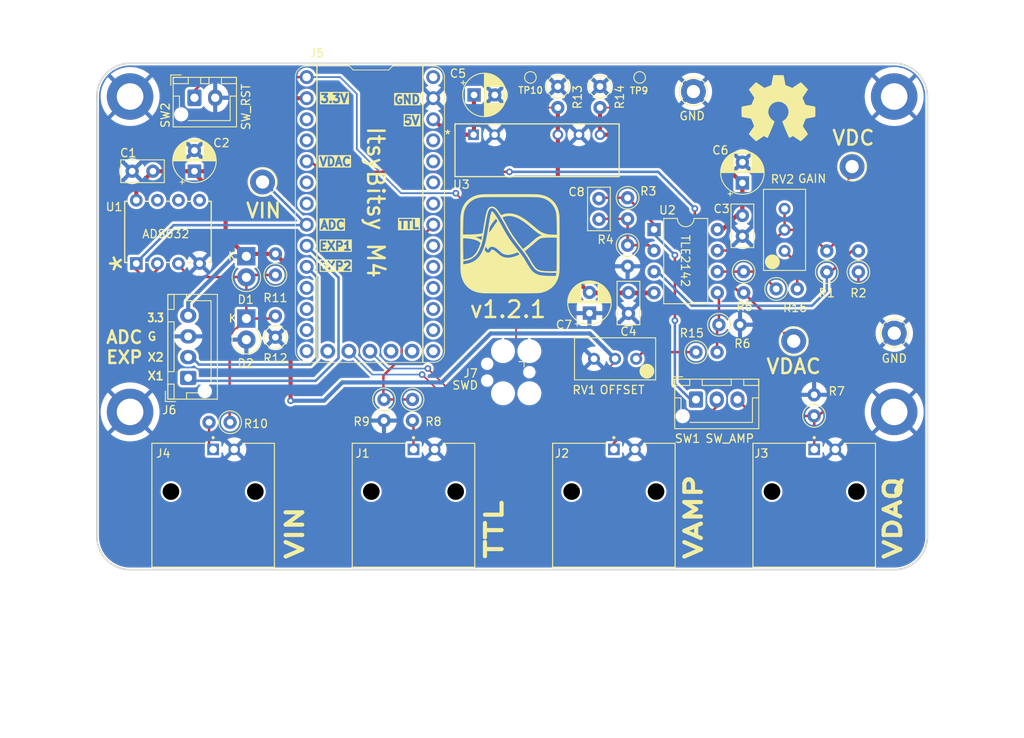
<source format=kicad_pcb>
(kicad_pcb (version 20240108) (generator "pcbnew") (generator_version "8.0")
  (title_block (title "Open Dynamic Clamp") (date "2024-03-17") (rev "1.2.1") (comment 1 "Licensed under CC BY 4.0") (comment 2 "Based on Desai, Gray, Johnston, eNeuro 2017, updated Sep 2019") (comment 3 "Based on revisions by Aditya Asopa, Bhalla Lab, NCBS Bangalore") (comment 4 "© Leonardo Covarrubias 2024"))
  (layers (0 "F.Cu" signal) (31 "B.Cu" signal) (35 "F.Paste" user) (36 "B.SilkS" user "B.Silkscreen") (37 "F.SilkS" user "F.Silkscreen") (38 "B.Mask" user) (39 "F.Mask" user) (44 "Edge.Cuts" user))
  (net 0 "")
  (net 1 "Net-(D1-A)")
  (net 2 "Net-(J1-In)")
  (net 3 "Net-(J2-In)")
  (net 4 "Net-(J3-In)")
  (net 5 "Net-(J4-In)")
  (net 6 "Net-(U2A-+)")
  (net 7 "Net-(R1-Pad2)")
  (net 8 "Net-(SW1-A)")
  (net 9 "Net-(U2A--)")
  (net 10 "Net-(U2B--)")
  (net 11 "GND")
  (net 12 "Net-(U2B-+)")
  (net 13 "VIN")
  (net 14 "Net-(J5-RESET)")
  (net 16 "+3V3")
  (net 17 "+5V")
  (net 18 "VDAC")
  (net 22 "TTL")
  (net 23 "-12V")
  (net 24 "+12V")
  (net 25 "Net-(R16-Pad2)")
  (net 29 "ADC_EXP1")
  (net 30 "ADC_EXP2")
  (net 45 "Net-(R15-Pad1)")
  (net 50 "Net-(J5-SWCLK)")
  (net 51 "Net-(J5-SWDIO)")
  (footprint "Capacitor_THT:C_Disc_D5.0mm_W2.5mm_P2.50mm" (layer "F.Cu") (at 114.008 77.63 -90)
    (property "Reference" "C4" (at 4.6788 0 0) (layer "F.SilkS"))
    (property "Value" "0.1uF")
    (pad "1" thru_hole circle (at 0 0 270) (size 1.6 1.6) (drill 0.8) (layers "*.Cu" "*.Mask") (net 23 "-12V"))
    (pad "2" thru_hole circle (at 2.5 0 270) (size 1.6 1.6) (drill 0.8) (layers "*.Cu" "*.Mask") (net 11 "GND"))
  )
  (footprint "Capacitor_THT:C_Disc_D5.0mm_W2.5mm_P2.50mm" (layer "F.Cu") (at 127.724 70.828 90)
    (property "Reference" "C3" (at 3.302 -2.5 180) (layer "F.SilkS"))
    (property "Value" "0.1uF")
    (pad "1" thru_hole circle (at 0 0 90) (size 1.6 1.6) (drill 0.8) (layers "*.Cu" "*.Mask") (net 11 "GND"))
    (pad "2" thru_hole circle (at 2.5 0 90) (size 1.6 1.6) (drill 0.8) (layers "*.Cu" "*.Mask") (net 24 "+12V"))
  )
  (footprint "Potentiometer_THT:Potentiometer_Bourns_3296W_Vertical" (layer "F.Cu") (at 132.804 72.606 -90)
    (property "Reference" "RV2" (at -8.636 0.254 180) (layer "F.SilkS"))
    (property "Value" "5K")
    (pad "1" thru_hole circle (at 0 0 270) (size 1.44 1.44) (drill 0.8) (layers "*.Cu" "*.Mask") (net 25 "Net-(R16-Pad2)"))
    (pad "2" thru_hole circle (at -2.54 0 270) (size 1.44 1.44) (drill 0.8) (layers "*.Cu" "*.Mask") (net 7 "Net-(R1-Pad2)"))
    (pad "3" thru_hole circle (at -5.08 0 270) (size 1.44 1.44) (drill 0.8) (layers "*.Cu" "*.Mask") (net 7 "Net-(R1-Pad2)"))
  )
  (footprint "TestPoint:TestPoint_Loop_D2.60mm_Drill1.6mm_Beaded" (layer "F.Cu") (at 69.95 64.3)
    (property "Reference" "TP11" (hide yes))
    (property "Value" "VIN" (at 0.125 3.45 0) (layer "F.SilkS") (effects (font (size 1.75 1.75) (thickness 0.3))))
    (pad "1" thru_hole circle (at 0 0) (size 3 3) (drill 1.6) (layers "*.Cu" "*.Mask") (net 13 "VIN"))
  )
  (footprint "Connector_JST:JST_XH_B4B-XH-AM_1x04_P2.50mm_Vertical" (layer "F.Cu") (at 61 87.9 90)
    (property "Reference" "J6" (at -3.875 -2.275 0) (layer "F.SilkS"))
    (property "Value" "ADC_EXP")
    (pad "" np_thru_hole circle (at -1.6 2 90) (size 1.2 1.2) (drill 1.2) (layers "*.Cu" "*.Mask"))
    (pad "1" thru_hole roundrect (at 0 0 90) (size 1.7 1.95) (drill 0.95) (layers "*.Cu" "*.Mask") (roundrect_rratio 0.1470588235) (net 29 "ADC_EXP1"))
    (pad "2" thru_hole oval (at 2.5 0 90) (size 1.7 1.95) (drill 0.95) (layers "*.Cu" "*.Mask") (net 30 "ADC_EXP2"))
    (pad "3" thru_hole oval (at 5 0 90) (size 1.7 1.95) (drill 0.95) (layers "*.Cu" "*.Mask") (net 11 "GND"))
    (pad "4" thru_hole oval (at 7.5 0 90) (size 1.7 1.95) (drill 0.95) (layers "*.Cu" "*.Mask") (net 16 "+3V3"))
  )
  (footprint "TestPoint:TestPoint_Pad_D1.0mm" (layer "F.Cu") (at 115.35 51.7)
    (property "Reference" "TP9" (at -0.075 1.6 0) (layer "F.SilkS") (effects (font (size 0.8 0.8))))
    (property "Value" "TestPad" (hide yes))
    (pad "1" smd circle (at 0 0) (size 1 1) (layers "F.Cu" "F.Mask") (net 24 "+12V"))
  )
  (footprint "Capacitor_THT:C_Disc_D5.0mm_W2.5mm_P2.50mm" (layer "F.Cu") (at 110.452 66.296 -90)
    (property "Reference" "C8" (at -0.796 2.702 0) (layer "F.SilkS"))
    (property "Value" "6.8pF")
    (pad "1" thru_hole circle (at 0 0 270) (size 1.6 1.6) (drill 0.8) (layers "*.Cu" "*.Mask") (net 8 "Net-(SW1-A)"))
    (pad "2" thru_hole circle (at 2.5 0 270) (size 1.6 1.6) (drill 0.8) (layers "*.Cu" "*.Mask") (net 9 "Net-(U2A--)"))
  )
  (footprint "Resistor_THT:R_Axial_DIN0207_L6.3mm_D2.5mm_P2.54mm_Vertical" (layer "F.Cu") (at 141.694 75.146 90)
    (property "Reference" "R2" (at -2.54 0 180) (layer "F.SilkS"))
    (property "Value" "10K")
    (pad "1" thru_hole circle (at 0 0 90) (size 1.6 1.6) (drill 0.8) (layers "*.Cu" "*.Mask") (net 4 "Net-(J3-In)"))
    (pad "2" thru_hole oval (at 2.54 0 90) (size 1.6 1.6) (drill 0.8) (layers "*.Cu" "*.Mask") (net 6 "Net-(U2A-+)"))
  )
  (footprint "Resistor_THT:R_Axial_DIN0207_L6.3mm_D2.5mm_P2.54mm_Vertical" (layer "F.Cu") (at 66.045 93.25 180)
    (property "Reference" "R10" (at -3.105 -0.175 0) (layer "F.SilkS"))
    (property "Value" "10K")
    (pad "1" thru_hole circle (at 0 0 180) (size 1.6 1.6) (drill 0.8) (layers "*.Cu" "*.Mask") (net 1 "Net-(D1-A)"))
    (pad "2" thru_hole oval (at 2.54 0 180) (size 1.6 1.6) (drill 0.8) (layers "*.Cu" "*.Mask") (net 5 "Net-(J4-In)"))
  )
  (footprint "TestPoint:TestPoint_Loop_D2.60mm_Drill1.6mm_Beaded" (layer "F.Cu") (at 121.825 53.4)
    (property "Reference" "TP7" (hide yes))
    (property "Value" "GND" (at -0.1524 2.9464 0) (layer "F.SilkS"))
    (pad "1" thru_hole circle (at 0 0) (size 3 3) (drill 1.6) (layers "*.Cu" "*.Mask") (net 11 "GND"))
  )
  (footprint "Capacitor_THT:C_Disc_D5.0mm_W2.5mm_P2.50mm" (layer "F.Cu") (at 56.75 63 180)
    (property "Reference" "C1" (at 2.975 2.2 0) (layer "F.SilkS"))
    (property "Value" "0.1uF")
    (pad "1" thru_hole circle (at 0 0 180) (size 1.6 1.6) (drill 0.8) (layers "*.Cu" "*.Mask") (net 16 "+3V3"))
    (pad "2" thru_hole circle (at 2.5 0 180) (size 1.6 1.6) (drill 0.8) (layers "*.Cu" "*.Mask") (net 11 "GND"))
  )
  (footprint "Resistor_THT:R_Axial_DIN0207_L6.3mm_D2.5mm_P2.54mm_Vertical" (layer "F.Cu") (at 105.5 52.794 -90)
    (property "Reference" "R13" (at 1.27 -2.37 90) (layer "F.SilkS"))
    (property "Value" "3.3K")
    (pad "1" thru_hole circle (at 0 0 270) (size 1.6 1.6) (drill 0.8) (layers "*.Cu" "*.Mask") (net 11 "GND"))
    (pad "2" thru_hole oval (at 2.54 0 270) (size 1.6 1.6) (drill 0.8) (layers "*.Cu" "*.Mask") (net 23 "-12V"))
  )
  (footprint "Diode_THT:D_DO-41_SOD81_P2.54mm_Vertical_KathodeUp" (layer "F.Cu") (at 68 80.75 -90)
    (property "Reference" "D2" (at 5.39 0.08 0) (layer "F.SilkS"))
    (property "Value" "1N5817")
    (fp_text user "K" (at -0.008888 1.628 0) (layer "F.SilkS"))
    (pad "1" thru_hole rect (at 0 0 270) (size 2.2 2.2) (drill 1.1) (layers "*.Cu" "*.Mask") (net 1 "Net-(D1-A)"))
    (pad "2" thru_hole oval (at 2.54 0 270) (size 2.2 2.2) (drill 1.1) (layers "*.Cu" "*.Mask") (net 11 "GND"))
  )
  (footprint "Resistor_THT:R_Axial_DIN0207_L6.3mm_D2.5mm_P2.54mm_Vertical" (layer "F.Cu") (at 113.903 66.2 -90)
    (property "Reference" "R3" (at -0.785 -2.49 180) (layer "F.SilkS"))
    (property "Value" "10K")
    (pad "1" thru_hole circle (at 0 0 270) (size 1.6 1.6) (drill 0.8) (layers "*.Cu" "*.Mask") (net 8 "Net-(SW1-A)"))
    (pad "2" thru_hole oval (at 2.54 0 270) (size 1.6 1.6) (drill 0.8) (layers "*.Cu" "*.Mask") (net 9 "Net-(U2A--)"))
  )
  (footprint "MountingHole:MountingHole_3.2mm_M3_DIN965_Pad" (layer "F.Cu") (at 146 54)
    (property "Reference" "H2" (hide yes))
    (property "Value" "MountingHole_Pad" (hide yes))
    (pad "1" thru_hole circle (at 0 0) (size 5.6 5.6) (drill 3.2) (layers "*.Cu" "*.Mask") (net 11 "GND"))
  )
  (footprint "Resistor_THT:R_Axial_DIN0207_L6.3mm_D2.5mm_P2.54mm_Vertical" (layer "F.Cu") (at 71.5 75.5 90)
    (property "Reference" "R11" (at -2.765 0 180) (layer "F.SilkS"))
    (property "Value" "3.3K")
    (pad "1" thru_hole circle (at 0 0 90) (size 1.6 1.6) (drill 0.8) (layers "*.Cu" "*.Mask") (net 1 "Net-(D1-A)"))
    (pad "2" thru_hole oval (at 2.54 0 90) (size 1.6 1.6) (drill 0.8) (layers "*.Cu" "*.Mask") (net 16 "+3V3"))
  )
  (footprint "Connector_JST:JST_XH_B3B-XH-AM_1x03_P2.50mm_Vertical" (layer "F.Cu") (at 122.133 90.513)
    (property "Reference" "SW1" (at -1.013 4.699 0) (layer "F.SilkS"))
    (property "Value" "SW_AMP" (at 4.067 4.699 0) (layer "F.SilkS"))
    (pad "" np_thru_hole circle (at -1.6 2) (size 1.2 1.2) (drill 1.2) (layers "*.Cu" "*.Mask"))
    (pad "1" thru_hole roundrect (at 0 0) (size 1.7 1.95) (drill 0.95) (layers "*.Cu" "*.Mask") (roundrect_rratio 0.1470588235) (net 8 "Net-(SW1-A)"))
    (pad "2" thru_hole oval (at 2.5 0) (size 1.7 1.95) (drill 0.95) (layers "*.Cu" "*.Mask") (net 3 "Net-(J2-In)"))
    (pad "3" thru_hole oval (at 5 0) (size 1.7 1.95) (drill 0.95) (layers "*.Cu" "*.Mask") (net 4 "Net-(J3-In)"))
  )
  (footprint "TestPoint:TestPoint_Loop_D2.60mm_Drill1.6mm_Beaded" (layer "F.Cu") (at 146.012 82.512)
    (property "Reference" "TP6" (hide yes))
    (property "Value" "GND" (at 0 3.048 0) (layer "F.SilkS"))
    (pad "1" thru_hole circle (at 0 0) (size 3 3) (drill 1.6) (layers "*.Cu" "*.Mask") (net 11 "GND"))
  )
  (footprint "lib_fp:LINX_CONBNC002" (layer "F.Cu") (at 88.124082 101.6)
    (property "Reference" "J1" (at -6.124082 -4.6 0) (layer "F.SilkS"))
    (property "Value" "Conn_Coaxial")
    (pad "" np_thru_hole circle (at -5.08 0) (size 2 2) (drill 2) (layers "*.Mask"))
    (pad "" np_thru_hole circle (at 5.08 0) (size 2 2) (drill 2) (layers "*.Mask"))
    (pad "1" thru_hole rect (at 0 -5.08) (size 1.398 1.398) (drill 0.89) (layers "*.Cu" "*.Mask") (net 2 "Net-(J1-In)"))
    (pad "2" thru_hole circle (at 2.54 -5.08) (size 1.398 1.398) (drill 0.89) (layers "*.Cu" "*.Mask") (net 11 "GND"))
  )
  (footprint "Connector:Tag-Connect_TC2030-IDC-FP_2x03_P1.27mm_Vertical" (layer "F.Cu") (at 99.535 87.216 180)
    (property "Reference" "J7" (at 4.535 -0.134 180) (layer "F.SilkS"))
    (property "Value" "SWD_TC2030")
    (pad "" np_thru_hole circle (at -2.54 -2.54 180) (size 2.3749 2.3749) (drill 2.3749) (layers "*.Cu" "*.Mask"))
    (pad "" np_thru_hole circle (at -2.54 0 180) (size 0.9906 0.9906) (drill 0.9906) (layers "*.Cu" "*.Mask"))
    (pad "" np_thru_hole circle (at -2.54 2.54 180) (size 2.3749 2.3749) (drill 2.3749) (layers "*.Cu" "*.Mask"))
    (pad "" np_thru_hole circle (at 0.635 -2.54 180) (size 2.3749 2.3749) (drill 2.3749) (layers "*.Cu" "*.Mask"))
    (pad "" np_thru_hole circle (at 0.635 2.54 180) (size 2.3749 2.3749) (drill 2.3749) (layers "*.Cu" "*.Mask"))
    (pad "" np_thru_hole circle (at 2.54 -1.016 180) (size 0.9906 0.9906) (drill 0.9906) (layers "*.Cu" "*.Mask"))
    (pad "" np_thru_hole circle (at 2.54 1.016 180) (size 0.9906 0.9906) (drill 0.9906) (layers "*.Cu" "*.Mask"))
    (pad "1" connect circle (at -1.27 0.635 180) (size 0.7874 0.7874) (layers "F.Cu" "F.Mask") (net 16 "+3V3"))
    (pad "2" connect circle (at -1.27 -0.635 180) (size 0.7874 0.7874) (layers "F.Cu" "F.Mask") (net 51 "Net-(J5-SWDIO)"))
    (pad "3" connect circle (at 0 0.635 180) (size 0.7874 0.7874) (layers "F.Cu" "F.Mask") (net 14 "Net-(J5-RESET)"))
    (pad "4" connect circle (at 0 -0.635 180) (size 0.7874 0.7874) (layers "F.Cu" "F.Mask") (net 50 "Net-(J5-SWCLK)"))
    (pad "5" connect circle (at 1.27 0.635 180) (size 0.7874 0.7874) (layers "F.Cu" "F.Mask") (net 11 "GND"))
    (pad "6" connect circle (at 1.27 -0.635 180) (size 0.7874 0.7874) (layers "F.Cu" "F.Mask"))
  )
  (footprint "lib_fp:LINX_CONBNC002" (layer "F.Cu") (at 64 101.6)
    (property "Reference" "J4" (at -6 -4.6 0) (layer "F.SilkS"))
    (property "Value" "Conn_Coaxial")
    (pad "" np_thru_hole circle (at -5.08 0) (size 2 2) (drill 2) (layers "*.Mask"))
    (pad "" np_thru_hole circle (at 5.08 0) (size 2 2) (drill 2) (layers "*.Mask"))
    (pad "1" thru_hole rect (at 0 -5.08) (size 1.398 1.398) (drill 0.89) (layers "*.Cu" "*.Mask") (net 5 "Net-(J4-In)"))
    (pad "2" thru_hole circle (at 2.54 -5.08) (size 1.398 1.398) (drill 0.89) (layers "*.Cu" "*.Mask") (net 11 "GND"))
  )
  (footprint "MountingHole:MountingHole_3.2mm_M3_DIN965_Pad" (layer "F.Cu") (at 146 92)
    (property "Reference" "H1" (hide yes))
    (property "Value" "MountingHole_Pad" (hide yes))
    (pad "1" thru_hole circle (at 0 0) (size 5.6 5.6) (drill 3.2) (layers "*.Cu" "*.Mask") (net 11 "GND"))
  )
  (footprint "lib_fp:N_8_ADI" (layer "F.Cu") (at 54.75 74.12 90)
    (property "Reference" "U1" (at 6.82 -2.675 0) (layer "F.SilkS"))
    (property "Value" "AD8032ANZ")
    (fp_text user "AD8032" (at 3.556 3.556 0) (layer "F.SilkS"))
    (fp_text user "*" (at 0 -1.524 90) (layer "F.SilkS") (effects (font (size 3 3) (thickness 0.3))))
    (pad "1" thru_hole rect (at 0 0 90) (size 1.524 1.524) (drill 0.8128) (layers "*.Cu" "*.Mask") (net 13 "VIN"))
    (pad "2" thru_hole circle (at 0 2.54 90) (size 1.524 1.524) (drill 0.8128) (layers "*.Cu" "*.Mask") (net 13 "VIN"))
    (pad "3" thru_hole circle (at 0 5.08 90) (size 1.524 1.524) (drill 0.8128) (layers "*.Cu" "*.Mask") (net 1 "Net-(D1-A)"))
    (pad "4" thru_hole circle (at 0 7.62 90) (size 1.524 1.524) (drill 0.8128) (layers "*.Cu" "*.Mask") (net 11 "GND"))
    (pad "5" thru_hole circle (at 7.62 7.62 90) (size 1.524 1.524) (drill 0.8128) (layers "*.Cu" "*.Mask"))
    (pad "6" thru_hole circle (at 7.62 5.08 90) (size 1.524 1.524) (drill 0.8128) (layers "*.Cu" "*.Mask"))
    (pad "7" thru_hole circle (at 7.62 2.54 90) (size 1.524 1.524) (drill 0.8128) (layers "*.Cu" "*.Mask"))
    (pad "8" thru_hole circle (at 7.62 0 90) (size 1.524 1.524) (drill 0.8128) (layers "*.Cu" "*.Mask") (net 16 "+3V3"))
  )
  (footprint "Resistor_THT:R_Axial_DIN0207_L6.3mm_D2.5mm_P2.54mm_Vertical" (layer "F.Cu") (at 122.136 84.798)
    (property "Reference" "R15" (at -0.508 -2.286 0) (layer "F.SilkS"))
    (property "Value" "7.5K")
    (pad "1" thru_hole circle (at 0 0) (size 1.6 1.6) (drill 0.8) (layers "*.Cu" "*.Mask") (net 45 "Net-(R15-Pad1)"))
    (pad "2" thru_hole oval (at 2.54 0) (size 1.6 1.6) (drill 0.8) (layers "*.Cu" "*.Mask") (net 12 "Net-(U2B-+)"))
  )
  (footprint "lib_fp:odc-logo" (layer "F.Cu") (at 99.75 71.75)
    (property "Reference" "G***" (hide yes))
    (property "Value" "LOGO" (hide yes))
  )
  (footprint "MountingHole:MountingHole_3.2mm_M3_DIN965_Pad" (layer "F.Cu") (at 54 92)
    (property "Reference" "H4" (hide yes))
    (property "Value" "MountingHole_Pad" (hide yes))
    (pad "1" thru_hole circle (at 0 0) (size 5.6 5.6) (drill 3.2) (layers "*.Cu" "*.Mask") (net 11 "GND"))
  )
  (footprint "Resistor_THT:R_Axial_DIN0207_L6.3mm_D2.5mm_P2.54mm_Vertical" (layer "F.Cu") (at 88 90.5 -90)
    (property "Reference" "R8" (at 2.675 -2.525 0) (layer "F.SilkS"))
    (property "Value" "1K")
    (pad "1" thru_hole circle (at 0 0 270) (size 1.6 1.6) (drill 0.8) (layers "*.Cu" "*.Mask") (net 22 "TTL"))
    (pad "2" thru_hole oval (at 2.54 0 270) (size 1.6 1.6) (drill 0.8) (layers "*.Cu" "*.Mask") (net 2 "Net-(J1-In)"))
  )
  (footprint "lib_fp:TMV_5_12_DUAL_TRP" (layer "F.Cu") (at 95.35 58.6)
    (property "Reference" "U3" (at -1.46 6 0) (layer "F.SilkS"))
    (property "Value" "TMV_0512D")
    (fp_text user "*" (at -3.1196 0 0) (layer "F.SilkS"))
    (pad "1" thru_hole rect (at 0 0) (size 1.27 1.27) (drill 0.762) (layers "*.Cu" "*.Mask") (net 17 "+5V"))
    (pad "2" thru_hole circle (at 2.54 0) (size 1.27 1.27) (drill 0.762) (layers "*.Cu" "*.Mask") (net 11 "GND"))
    (pad "5" thru_hole circle (at 10.16 0) (size 1.27 1.27) (drill 0.762) (layers "*.Cu" "*.Mask") (net 23 "-12V"))
    (pad "6" thru_hole circle (at 12.7 0) (size 1.27 1.27) (drill 0.762) (layers "*.Cu" "*.Mask") (net 11 "GND"))
    (pad "7" thru_hole circle (at 15.24 0) (size 1.27 1.27) (drill 0.762) (layers "*.Cu" "*.Mask") (net 24 "+12V"))
  )
  (footprint "Capacitor_THT:CP_Radial_D5.0mm_P2.50mm" (layer "F.Cu") (at 109.309 80.099 90)
    (property "Reference" "C7" (at -1.401 -3.059 180) (layer "F.SilkS"))
    (property "Value" "10uF/35V")
    (pad "1" thru_hole rect (at 0 0 90) (size 1.6 1.6) (drill 0.8) (layers "*.Cu" "*.Mask") (net 11 "GND"))
    (pad "2" thru_hole circle (at 2.5 0 90) (size 1.6 1.6) (drill 0.8) (layers "*.Cu" "*.Mask") (net 23 "-12V"))
  )
  (footprint "lib_fp:LINX_CONBNC002" (layer "F.Cu") (at 112.248164 101.6)
    (property "Reference" "J2" (at -6.248164 -4.6 0) (layer "F.SilkS"))
    (property "Value" "Conn_Coaxial")
    (pad "" np_thru_hole circle (at -5.08 0) (size 2 2) (drill 2) (layers "*.Mask"))
    (pad "" np_thru_hole circle (at 5.08 0) (size 2 2) (drill 2) (layers "*.Mask"))
    (pad "1" thru_hole rect (at 0 -5.08) (size 1.398 1.398) (drill 0.89) (layers "*.Cu" "*.Mask") (net 3 "Net-(J2-In)"))
    (pad "2" thru_hole circle (at 2.54 -5.08) (size 1.398 1.398) (drill 0.89) (layers "*.Cu" "*.Mask") (net 11 "GND"))
  )
  (footprint "Resistor_THT:R_Axial_DIN0207_L6.3mm_D2.5mm_P2.54mm_Vertical" (layer "F.Cu") (at 137.884 75.146 90)
    (property "Reference" "R1" (at -2.54 0 180) (layer "F.SilkS"))
    (property "Value" "10K")
    (pad "1" thru_hole circle (at 0 0 90) (size 1.6 1.6) (drill 0.8) (layers "*.Cu" "*.Mask") (net 6 "Net-(U2A-+)"))
    (pad "2" thru_hole oval (at 2.54 0 90) (size 1.6 1.6) (drill 0.8) (layers "*.Cu" "*.Mask") (net 7 "Net-(R1-Pad2)"))
  )
  (footprint "Capacitor_THT:CP_Radial_D5.0mm_P2.50mm" (layer "F.Cu") (at 95.4152 53.81)
    (property "Reference" "C5" (at -1.9402 -2.585 0) (layer "F.SilkS"))
    (property "Value" "10uF/35V")
    (pad "1" thru_hole rect (at 0 0) (size 1.6 1.6) (drill 0.8) (layers "*.Cu" "*.Mask") (net 17 "+5V"))
    (pad "2" thru_hole circle (at 2.5 0) (size 1.6 1.6) (drill 0.8) (layers "*.Cu" "*.Mask") (net 11 "GND"))
  )
  (footprint "Diode_THT:D_DO-41_SOD81_P2.54mm_Vertical_KathodeUp" (layer "F.Cu") (at 68 73.25 -90)
    (property "Reference" "D1" (at 5.219 0.078 0) (layer "F.SilkS"))
    (property "Value" "1N5817")
    (fp_text user "K" (at 0.003112 1.706 0) (layer "F.SilkS"))
    (pad "1" thru_hole rect (at 0 0 270) (size 2.2 2.2) (drill 1.1) (layers "*.Cu" "*.Mask") (net 16 "+3V3"))
    (pad "2" thru_hole oval (at 2.54 0 270) (size 2.2 2.2) (drill 1.1) (layers "*.Cu" "*.Mask") (net 1 "Net-(D1-A)"))
  )
  (footprint "Resistor_THT:R_Axial_DIN0207_L6.3mm_D2.5mm_P2.54mm_Vertical" (layer "F.Cu") (at 127.873 75.09 -90)
    (property "Reference" "R5" (at 4.2216 -0.105 180) (layer "F.SilkS"))
    (property "Value" "4.7K")
    (pad "1" thru_hole circle (at 0 0 270) (size 1.6 1.6) (drill 0.8) (layers "*.Cu" "*.Mask") (net 10 "Net-(U2B--)"))
    (pad "2" thru_hole oval (at 2.54 0 270) (size 1.6 1.6) (drill 0.8) (layers "*.Cu" "*.Mask") (net 18 "VDAC"))
  )
  (footprint "MountingHole:MountingHole_3.2mm_M3_DIN965_Pad" (layer "F.Cu") (at 54 54)
    (property "Reference" "H3" (hide yes))
    (property "Value" "MountingHole_Pad" (hide yes))
    (pad "1" thru_hole circle (at 0 0) (size 5.6 5.6) (drill 3.2) (layers "*.Cu" "*.Mask") (net 11 "GND"))
  )
  (footprint "Symbol:OSHW-Symbol_8.9x8mm_SilkScreen" (layer "F.Cu") (at 132.05 55.425)
    (property "Reference" "REF**" (hide yes))
    (property "Value" "OSHW-Symbol_8.9x8mm_SilkScreen" (hide yes))
  )
  (footprint "Resistor_THT:R_Axial_DIN0207_L6.3mm_D2.5mm_P2.54mm_Vertical" (layer "F.Cu") (at 71.5 83 90)
    (property "Reference" "R12" (at -2.54 0 180) (layer "F.SilkS"))
    (property "Value" "4.7K")
    (pad "1" thru_hole circle (at 0 0 90) (size 1.6 1.6) (drill 0.8) (layers "*.Cu" "*.Mask") (net 11 "GND"))
    (pad "2" thru_hole oval (at 2.54 0 90) (size 1.6 1.6) (drill 0.8) (layers "*.Cu" "*.Mask") (net 1 "Net-(D1-A)"))
  )
  (footprint "Capacitor_THT:CP_Radial_D5.0mm_P2.50mm" (layer "F.Cu") (at 127.724 64.413112 90)
    (property "Reference" "C6" (at 3.938112 -2.649 0) (layer "F.SilkS"))
    (property "Value" "10uF/35V")
    (pad "1" thru_hole rect (at 0 0 90) (size 1.6 1.6) (drill 0.8) (layers "*.Cu" "*.Mask") (net 24 "+12V"))
    (pad "2" thru_hole circle (at 2.5 0 90) (size 1.6 1.6) (drill 0.8) (layers "*.Cu" "*.Mask") (net 11 "GND"))
  )
  (footprint "TestPoint:TestPoint_Loop_D2.60mm_Drill1.6mm_Beaded" (layer "F.Cu") (at 140.932 62.446)
    (property "Reference" "TP1" (hide yes))
    (property "Value" "VDC" (at 0.1524 -3.4544 0) (layer "F.SilkS") (effects (font (size 1.75 1.75) (thickness 0.3) (bold yes))))
    (pad "1" thru_hole circle (at 0 0) (size 3 3) (drill 1.6) (layers "*.Cu" "*.Mask") (net 7 "Net-(R1-Pad2)"))
  )
  (footprint "Resistor_THT:R_Axial_DIN0207_L6.3mm_D2.5mm_P2.54mm_Vertical" (layer "F.Cu") (at 131.788 77.178)
    (property "Reference" "R16" (at 2.286 2.286 0) (layer "F.SilkS"))
    (property "Value" "7.5K")
    (pad "1" thru_hole circle (at 0 0) (size 1.6 1.6) (drill 0.8) (layers "*.Cu" "*.Mask") (net 10 "Net-(U2B--)"))
    (pad "2" thru_hole oval (at 2.54 0) (size 1.6 1.6) (drill 0.8) (layers "*.Cu" "*.Mask") (net 25 "Net-(R16-Pad2)"))
  )
  (footprint "lib_fp:LINX_CONBNC002" (layer "F.Cu") (at 136.372246 101.6)
    (property "Reference" "J3" (at -6.372246 -4.6 0) (layer "F.SilkS"))
    (property "Value" "Conn_Coaxial")
    (pad "" np_thru_hole circle (at -5.08 0) (size 2 2) (drill 2) (layers "*.Mask"))
    (pad "" np_thru_hole circle (at 5.08 0) (size 2 2) (drill 2) (layers "*.Mask"))
    (pad "1" thru_hole rect (at 0 -5.08) (size 1.398 1.398) (drill 0.89) (layers "*.Cu" "*.Mask") (net 4 "Net-(J3-In)"))
    (pad "2" thru_hole circle (at 2.54 -5.08) (size 1.398 1.398) (drill 0.89) (layers "*.Cu" "*.Mask") (net 11 "GND"))
  )
  (footprint "TestPoint:TestPoint_Loop_D2.60mm_Drill1.6mm_Beaded" (layer "F.Cu") (at 133.9 83.475)
    (property "Reference" "TP4" (hide yes))
    (property "Value" "VDAC" (at 0 3.048 0) (layer "F.SilkS") (effects (font (size 1.75 1.75) (thickness 0.3) (bold yes))))
    (pad "1" thru_hole circle (at 0 0) (size 3 3) (drill 1.6) (layers "*.Cu" "*.Mask") (net 18 "VDAC"))
  )
  (footprint "Resistor_THT:R_Axial_DIN0207_L6.3mm_D2.5mm_P2.54mm_Vertical" (layer "F.Cu") (at 84.571 90.5 -90)
    (property "Reference" "R9" (at 2.675 2.696 0) (layer "F.SilkS"))
    (property "Value" "1K")
    (pad "1" thru_hole circle (at 0 0 270) (size 1.6 1.6) (drill 0.8) (layers "*.Cu" "*.Mask") (net 22 "TTL"))
    (pad "2" thru_hole oval (at 2.54 0 270) (size 1.6 1.6) (drill 0.8) (layers "*.Cu" "*.Mask") (net 11 "GND"))
  )
  (footprint "TestPoint:TestPoint_Pad_D1.0mm" (layer "F.Cu") (at 102.2 51.7)
    (property "Reference" "TP10" (at 0.025 1.55 0) (layer "F.SilkS") (effects (font (size 0.8 0.8))))
    (property "Value" "TestPad" (hide yes))
    (pad "1" smd circle (at 0 0) (size 1 1) (layers "F.Cu" "F.Mask") (net 23 "-12V"))
  )
  (footprint "lib_fp:Adafruit_ItsyBitsy_M4" (layer "F.Cu") (at 83.094 69.102)
    (property "Reference" "J5" (at -6.604 -20.32 0) (layer "F.SilkS"))
    (property "Value" "Adafruit_ItsyBitsy_M4")
    (pad "1" thru_hole circle (at -7.834 -17.442) (size 1.6764 1.6764) (drill 1) (layers "*.Cu" "*.Mask") (net 14 "Net-(J5-RESET)"))
    (pad "2" thru_hole circle (at -7.834 -14.902 180) (size 1.6764 1.6764) (drill 1) (layers "*.Cu" "*.Mask") (net 16 "+3V3"))
    (pad "3" thru_hole circle (at -7.834 -12.362 180) (size 1.6764 1.6764) (drill 1) (layers "*.Cu" "*.Mask"))
    (pad "4" thru_hole circle (at -7.834 -9.822 180) (size 1.6764 1.6764) (drill 1) (layers "*.Cu" "*.Mask"))
    (pad "5" thru_hole circle (at -7.834 -7.282 180) (size 1.6764 1.6764) (drill 1) (layers "*.Cu" "*.Mask") (net 18 "VDAC"))
    (pad "6" thru_hole circle (at -7.834 -4.742 180) (size 1.6764 1.6764) (drill 1) (layers "*.Cu" "*.Mask"))
    (pad "7" thru_hole circle (at -7.834 -2.202 180) (size 1.6764 1.6764) (drill 1) (layers "*.Cu" "*.Mask"))
    (pad "8" thru_hole circle (at -7.834 0.338 180) (size 1.6764 1.6764) (drill 1) (layers "*.Cu" "*.Mask") (net 13 "VIN"))
    (pad "9" thru_hole circle (at -7.834 2.878 180) (size 1.6764 1.6764) (drill 1) (layers "*.Cu" "*.Mask") (net 29 "ADC_EXP1"))
    (pad "10" thru_hole circle (at -7.834 5.418 180) (size 1.6764 1.6764) (drill 1) (layers "*.Cu" "*.Mask") (net 30 "ADC_EXP2"))
    (pad "11" thru_hole circle (at -7.834 7.958 180) (size 1.6764 1.6764) (drill 1) (layers "*.Cu" "*.Mask"))
    (pad "12" thru_hole circle (at -7.834 10.498 180) (size 1.6764 1.6764) (drill 1) (layers "*.Cu" "*.Mask"))
    (pad "13" thru_hole circle (at -7.834 13.038 180) (size 1.6764 1.6764) (drill 1) (layers "*.Cu" "*.Mask"))
    (pad "14" thru_hole circle (at -7.834 15.578 180) (size 1.6764 1.6764) (drill 1) (layers "*.Cu" "*.Mask"))
    (pad "15" thru_hole circle (at 7.406 15.578) (size 1.6764 1.6764) (drill 1) (layers "*.Cu" "*.Mask"))
    (pad "16" thru_hole circle (at 7.406 13.038) (size 1.6764 1.6764) (drill 1) (layers "*.Cu" "*.Mask"))
    (pad "17" thru_hole circle (at 7.406 10.498) (size 1.6764 1.6764) (drill 1) (layers "*.Cu" "*.Mask"))
    (pad "18" thru_hole circle (at 7.406 7.958) (size 1.6764 1.6764) (drill 1) (layers "*.Cu" "*.Mask"))
    (pad "19" thru_hole circle (at 7.406 5.418) (size 1.6764 1.6764) (drill 1) (layers "*.Cu" "*.Mask"))
    (pad "20" thru_hole circle (at 7.406 2.878) (size 1.6764 1.6764) (drill 1) (layers "*.Cu" "*.Mask"))
    (pad "21" thru_hole circle (at 7.406 0.338) (size 1.6764 1.6764) (drill 1) (layers "*.Cu" "*.Mask") (net 22 "TTL"))
    (pad "22" thru_hole circle (at 7.406 -2.202) (size 1.6764 1.6764) (drill 1) (layers "*.Cu" "*.Mask"))
    (pad "23" thru_hole circle (at 7.406 -4.742) (size 1.6764 1.6764) (drill 1) (layers "*.Cu" "*.Mask"))
    (pad "24" thru_hole circle (at 7.406 -7.282) (size 1.6764 1.6764) (drill 1) (layers "*.Cu" "*.Mask"))
    (pad "25" thru_hole circle (at 7.406 -9.822) (size 1.6764 1.6764) (drill 1) (layers "*.Cu" "*.Mask"))
    (pad "26" thru_hole circle (at 7.406 -12.362) (size 1.6764 1.6764) (drill 1) (layers "*.Cu" "*.Mask") (net 17 "+5V"))
    (pad "27" thru_hole circle (at 7.406 -14.902) (size 1.6764 1.6764) (drill 1) (layers "*.Cu" "*.Mask") (net 11 "GND"))
    (pad "28" thru_hole circle (at 7.406001 -17.442001) (size 1.6764 1.6764) (drill 1) (layers "*.Cu" "*.Mask"))
    (pad "29" thru_hole circle (at -5.294 15.578 90) (size 1.778 1.778) (drill 1) (layers "*.Cu" "*.Mask"))
    (pad "30" thru_hole circle (at -2.754 15.578 90) (size 1.778 1.778) (drill 1) (layers "*.Cu" "*.Mask") (net 51 "Net-(J5-SWDIO)"))
    (pad "31" thru_hole circle (at -0.214 15.578 90) (size 1.778 1.778) (drill 1) (layers "*.Cu" "*.Mask") (net 50 "Net-(J5-SWCLK)"))
    (pad "32" thru_hole circle (at 2.326 15.578 90) (size 1.778 1.778) (drill 1) (layers "*.Cu" "*.Mask"))
    (pad "33" thru_hole circle (at 4.866 15.578 90) (size 1.778 1.778) (drill 1) (layers "*.Cu" "*.Mask"))
  )
  (footprint "Resistor_THT:R_Axial_DIN0207_L6.3mm_D2.5mm_P2.54mm_Vertical" (layer "F.Cu") (at 110.58 52.794 -90)
    (property "Reference" "R14" (at 1.27 -2.37 90) (layer "F.SilkS"))
    (property "Value" "3.3K")
    (pad "1" thru_hole circle (at 0 0 270) (size 1.6 1.6) (drill 0.8) (layers "*.Cu" "*.Mask") (net 11 "GND"))
    (pad "2" thru_hole oval (at 2.54 0 270) (size 1.6 1.6) (drill 0.8) (layers "*.Cu" "*.Mask") (net 24 "+12V"))
  )
  (footprint "Connector_JST:JST_XH_B2B-XH-AM_1x02_P2.50mm_Vertical" (layer "F.Cu") (at 61.75 54.15)
    (property "Reference" "SW2" (at -3.5 2.1 90) (layer "F.SilkS"))
    (property "Value" "SW_RST" (at 6.2 1.1 90) (layer "F.SilkS"))
    (pad "" np_thru_hole circle (at -1.6 2) (size 1.2 1.2) (drill 1.2) (layers "*.Cu" "*.Mask"))
    (pad "1" thru_hole roundrect (at 0 0) (size 1.7 2) (drill 1) (layers "*.Cu" "*.Mask") (roundrect_rratio 0.1470588235) (net 14 "Net-(J5-RESET)"))
    (pad "2" thru_hole oval (at 2.5 0) (size 1.7 2) (drill 1) (layers "*.Cu" "*.Mask") (net 11 "GND"))
  )
  (footprint "Resistor_THT:R_Axial_DIN0207_L6.3mm_D2.5mm_P2.54mm_Vertical" (layer "F.Cu") (at 136.36 92.48 90)
    (property "Reference" "R7" (at 2.9676 2.719 180) (layer "F.SilkS"))
    (property "Value" "1M")
    (pad "1" thru_hole circle (at 0 0 90) (size 1.6 1.6) (drill 0.8) (layers "*.Cu" "*.Mask") (net 4 "Net-(J3-In)"))
    (pad "2" thru_hole oval (at 2.54 0 90) (size 1.6 1.6) (drill 0.8) (layers "*.Cu" "*.Mask") (net 11 "GND"))
  )
  (footprint "Potentiometer_THT:Potentiometer_Bourns_3296W_Vertical" (layer "F.Cu") (at 114.935 85.6)
    (property "Reference" "RV1" (at -6.261 3.77 180) (layer "F.SilkS"))
    (property "Value" "5K")
    (pad "1" thru_hole circle (at 0 0) (size 1.44 1.44) (drill 0.8) (layers "*.Cu" "*.Mask") (net 45 "Net-(R15-Pad1)"))
    (pad "2" thru_hole circle (at -2.54 0) (size 1.44 1.44) (drill 0.8) (layers "*.Cu" "*.Mask") (net 16 "+3V3"))
    (pad "3" thru_hole circle (at -5.08 0) (size 1.44 1.44) (drill 0.8) (layers "*.Cu" "*.Mask") (net 11 "GND"))
  )
  (footprint "Resistor_THT:R_Axial_DIN0207_L6.3mm_D2.5mm_P2.54mm_Vertical" (layer "F.Cu") (at 113.903 71.915 -90)
    (property "Reference" "R4" (at -0.665 2.653 180) (layer "F.SilkS"))
    (property "Value" "10K")
    (pad "1" thru_hole circle (at 0 0 270) (size 1.6 1.6) (drill 0.8) (layers "*.Cu" "*.Mask") (net 9 "Net-(U2A--)"))
    (pad "2" thru_hole oval (at 2.54 0 270) (size 1.6 1.6) (drill 0.8) (layers "*.Cu" "*.Mask") (net 11 "GND"))
  )
  (footprint "Package_DIP:DIP-8_W7.62mm" (layer "F.Cu") (at 117.088 70.02)
    (property "Reference" "U2" (at 1.605 -2.33 0) (layer "F.SilkS"))
    (property "Value" "TLE2142")
    (fp_text user "TLE2142" (at 3.755 3.795 -90) (layer "F.SilkS"))
    (pad "1" thru_hole rect (at 0 0) (size 1.6 1.6) (drill 0.8) (layers "*.Cu" "*.Mask") (net 8 "Net-(SW1-A)"))
    (pad "2" thru_hole oval (at 0 2.54) (size 1.6 1.6) (drill 0.8) (layers "*.Cu" "*.Mask") (net 9 "Net-(U2A--)"))
    (pad "3" thru_hole oval (at 0 5.08) (size 1.6 1.6) (drill 0.8) (layers "*.Cu" "*.Mask") (net 6 "Net-(U2A-+)"))
    (pad "4" thru_hole oval (at 0 7.62) (size 1.6 1.6) (drill 0.8) (layers "*.Cu" "*.Mask") (net 23 "-12V"))
    (pad "5" thru_hole oval (at 7.62 7.62) (size 1.6 1.6) (drill 0.8) (layers "*.Cu" "*.Mask") (net 12 "Net-(U2B-+)"))
    (pad "6" thru_hole oval (at 7.62 5.08) (size 1.6 1.6) (drill 0.8) (layers "*.Cu" "*.Mask") (net 10 "Net-(U2B--)"))
    (pad "7" thru_hole oval (at 7.62 2.54) (size 1.6 1.6) (drill 0.8) (layers "*.Cu" "*.Mask") (net 7 "Net-(R1-Pad2)"))
    (pad "8" thru_hole oval (at 7.62 0) (size 1.6 1.6) (drill 0.8) (layers "*.Cu" "*.Mask") (net 24 "+12V"))
  )
  (footprint "Resistor_THT:R_Axial_DIN0207_L6.3mm_D2.5mm_P2.54mm_Vertical" (layer "F.Cu") (at 124.901 81.496)
    (property "Reference" "R6" (at 2.823 2.286 0) (layer "F.SilkS"))
    (property "Value" "4.7K")
    (pad "1" thru_hole circle (at 0 0) (size 1.6 1.6) (drill 0.8) (layers "*.Cu" "*.Mask") (net 12 "Net-(U2B-+)"))
    (pad "2" thru_hole oval (at 2.54 0) (size 1.6 1.6) (drill 0.8) (layers "*.Cu" "*.Mask") (net 11 "GND"))
  )
  (footprint "Capacitor_THT:CP_Radial_D5.0mm_P2.50mm" (layer "F.Cu") (at 61.75 63 90)
    (property "Reference" "C2" (at 3.4036 3.2468 180) (layer "F.SilkS"))
    (property "Value" "10uF/35V")
    (pad "1" thru_hole rect (at 0 0 90) (size 1.6 1.6) (drill 0.8) (layers "*.Cu" "*.Mask") (net 16 "+3V3"))
    (pad "2" thru_hole circle (at 2.5 0 90) (size 1.6 1.6) (drill 0.8) (layers "*.Cu" "*.Mask") (net 11 "GND"))
  )
  (gr_line (start 89.25 50.325) (end 89.25 86) (stroke (width 0.15)) (layer "F.SilkS"))
  (gr_circle (center 131.333759 73.925) (end 132.15 73.925) (stroke (width 0.15)) (fill solid) (layer "F.SilkS"))
  (gr_circle (center 116.225 87.091241) (end 117.041241 87.091241) (stroke (width 0.15)) (fill solid) (layer "F.SilkS"))
  (gr_line (start 76.5 50.325) (end 76.5 86) (stroke (width 0.15)) (layer "F.SilkS"))
  (gr_arc (start 54 111) (mid 51.171573 109.828427) (end 50 107) (stroke (width 0.2)) (layer "Edge.Cuts"))
  (gr_line (start 150 54) (end 150 107) (stroke (width 0.2)) (layer "Edge.Cuts"))
  (gr_line (start 54 111) (end 146 111) (stroke (width 0.2)) (layer "Edge.Cuts"))
  (gr_line (start 50 107) (end 50 54) (stroke (width 0.2)) (layer "Edge.Cuts"))
  (gr_arc (start 146 50) (mid 148.828427 51.171573) (end 150 54) (stroke (width 0.2)) (layer "Edge.Cuts"))
  (gr_line (start 54 50) (end 146 50) (stroke (width 0.2)) (layer "Edge.Cuts"))
  (gr_arc (start 50 54) (mid 51.171573 51.171573) (end 54 50) (stroke (width 0.2)) (layer "Edge.Cuts"))
  (gr_arc (start 150 107) (mid 148.828427 109.828427) (end 146 111) (stroke (width 0.2)) (layer "Edge.Cuts"))
  (gr_text "SWD" (at 92.7 89.375 0) (layer "F.SilkS") (effects (font (size 1 1)) (justify left bottom)))
  (gr_text "OFFSET" (at 110.452 89.9288 0) (layer "F.SilkS") (effects (font (size 1 1)) (justify left bottom)))
  (gr_text "EXP2" (at 76.67 75.019 0) (layer "F.SilkS" knockout) (effects (font (size 1 1) (thickness 0.25) (bold yes)) (justify left bottom)))
  (gr_text "VAMP" (at 123 110 90) (layer "F.SilkS") (effects (font (size 2 2.6) (thickness 0.5) (bold yes)) (justify left bottom)))
  (gr_text "3.3V" (at 76.797 54.826 0) (layer "F.SilkS" knockout) (effects (font (size 1 1) (thickness 0.25) (bold yes)) (justify left bottom)))
  (gr_text "GAIN" (at 134.328 64.478 0) (layer "F.SilkS") (effects (font (size 1 1)) (justify left bottom)))
  (gr_text "VDAC" (at 76.67 62.446 0) (layer "F.SilkS" knockout) (effects (font (size 1 1) (thickness 0.25) (bold yes)) (justify left bottom)))
  (gr_text "EXP1" (at 76.67 72.606 0) (layer "F.SilkS" knockout) (effects (font (size 1 1) (thickness 0.25) (bold yes)) (justify left bottom)))
  (gr_text "ADC\nEXP" (at 50.975 86.3 0) (layer "F.SilkS") (effects (font (size 1.5 1.5) (thickness 0.3) (bold yes)) (justify left bottom)))
  (gr_text "X1" (at 56 88.25 0) (layer "F.SilkS") (effects (font (size 1 1) (thickness 0.2) (bold yes)) (justify left bottom)))
  (gr_text "X2" (at 56 86 0) (layer "F.SilkS") (effects (font (size 1 1) (thickness 0.2) (bold yes)) (justify left bottom)))
  (gr_text "v1.2.1" (at 94.725 80.825 0) (layer "F.SilkS") (effects (font (size 2 2) (thickness 0.3)) (justify left bottom)))
  (gr_text "3.3" (at 56 81.25 0) (layer "F.SilkS") (effects (font (size 1 0.8) (thickness 0.2) (bold yes)) (justify left bottom)))
  (gr_text "ItsyBitsy M4" (at 82.4 57.45 -90) (layer "F.SilkS") (effects (font (size 2 2) (thickness 0.3)) (justify left bottom)))
  (gr_text "5V" (at 86.83 57.493 0) (layer "F.SilkS" knockout) (effects (font (size 1 1) (thickness 0.25) (bold yes)) (justify left bottom)))
  (gr_text "G" (at 56 83.5 0) (layer "F.SilkS") (effects (font (size 1 1) (thickness 0.2) (bold yes)) (justify left bottom)))
  (gr_text "VDAQ" (at 147 110 90) (layer "F.SilkS") (effects (font (size 2 2.6) (thickness 0.5) (bold yes)) (justify left bottom)))
  (gr_text "TTL" (at 86.25 70 0) (layer "F.SilkS" knockout) (effects (font (size 1 1) (thickness 0.25) (bold yes)) (justify left bottom)))
  (gr_text "GND" (at 85.687 54.953 0) (layer "F.SilkS" knockout) (effects (font (size 1 1) (thickness 0.25) (bold yes)) (justify left bottom)))
  (gr_text "ADC" (at 76.797 70.066 0) (layer "F.SilkS" knockout) (effects (font (size 1 1) (thickness 0.25) (bold yes)) (justify left bottom)))
  (gr_text "VIN\n" (at 75 110 90) (layer "F.SilkS") (effects (font (size 2 2.6) (thickness 0.5) (bold yes)) (justify left bottom)))
  (gr_text "TTL" (at 99 110 90) (layer "F.SilkS") (effects (font (size 2 3) (thickness 0.5) (bold yes)) (justify left bottom)))
  (segment (start 68 80.75) (end 71.21 80.75) (width 0.3) (layer "F.Cu") (net 1))
  (segment (start 61.25 75.75) (end 59.83 74.33) (width 0.3) (layer "F.Cu") (net 1))
  (segment (start 68 80.75) (end 68 75.79) (width 0.3) (layer "F.Cu") (net 1))
  (segment (start 65.990001 82.759999) (end 68 80.75) (width 0.3) (layer "F.Cu") (net 1))
  (segment (start 67.96 75.75) (end 61.25 75.75) (width 0.3) (layer "F.Cu") (net 1))
  (segment (start 71.5 75.5) (end 68.29 75.5) (width 0.3) (layer "F.Cu") (net 1))
  (segment (start 65.990001 92.450001) (end 65.990001 82.759999) (width 0.3) (layer "F.Cu") (net 1))
  (segment (start 88.124082 96.52) (end 88.124082 93.164082) (width 0.3) (layer "F.Cu") (net 2))
  (segment (start 124.633 91.367) (end 124.633 90.513) (width 0.3) (layer "F.Cu") (net 3))
  (segment (start 112.248164 96.52) (end 112.248164 95.751836) (width 0.3) (layer "F.Cu") (net 3))
  (segment (start 122 94) (end 124.633 91.367) (width 0.3) (layer "F.Cu") (net 3))
  (segment (start 112.248164 95.751836) (end 114 94) (width 0.3) (layer "F.Cu") (net 3))
  (segment (start 114 94) (end 122 94) (width 0.3) (layer "F.Cu") (net 3))
  (segment (start 136.372246 96.52) (end 136.372246 92.681246) (width 0.3) (layer "F.Cu") (net 4))
  (segment (start 129.1 92.48) (end 127.133 90.513) (width 0.3) (layer "F.Cu") (net 4))
  (segment (start 141.694 87.681) (end 136.895 92.48) (width 0.3) (layer "F.Cu") (net 4))
  (segment (start 141.694 75.146) (end 141.694 87.681) (width 0.3) (layer "F.Cu") (net 4))
  (segment (start 136.36 92.48) (end 129.1 92.48) (width 0.3) (layer "F.Cu") (net 4))
  (segment (start 63.505 93.25) (end 63.505 96.025) (width 0.3) (layer "F.Cu") (net 5))
  (segment (start 140.909 72.606) (end 138.369 75.146) (width 0.3) (layer "F.Cu") (net 6))
  (segment (start 141.694 72.606) (end 140.909 72.606) (width 0.3) (layer "F.Cu") (net 6))
  (segment (start 137.884 75.146) (end 137.884 77.432) (width 0.3) (layer "B.Cu") (net 6))
  (segment (start 136.106 79.21) (end 121.628 79.21) (width 0.3) (layer "B.Cu") (net 6))
  (segment (start 137.884 77.432) (end 136.106 79.21) (width 0.3) (layer "B.Cu") (net 6))
  (segment (start 121.628 79.21) (end 117.518 75.1) (width 0.3) (layer "B.Cu") (net 6))
  (segment (start 132.804 70.066) (end 130.31 72.56) (width 0.3) (layer "F.Cu") (net 7))
  (segment (start 140.5 69.99) (end 140.5 62.878) (width 0.3) (layer "F.Cu") (net 7))
  (segment (start 130.31 72.56) (end 124.708 72.56) (width 0.3) (layer "F.Cu") (net 7))
  (segment (start 132.804 67.526) (end 132.804 70.066) (width 0.3) (layer "F.Cu") (net 7))
  (segment (start 137.884 72.606) (end 140.5 69.99) (width 0.3) (layer "F.Cu") (net 7))
  (segment (start 137.884 72.606) (end 135.344 70.066) (width 0.3) (layer "F.Cu") (net 7))
  (segment (start 135.344 70.066) (end 132.804 70.066) (width 0.3) (layer "F.Cu") (net 7))
  (segment (start 113.903 66.2) (end 110.548 66.2) (width 0.3) (layer "F.Cu") (net 8))
  (segment (start 117.088 69.385) (end 113.903 66.2) (width 0.3) (layer "F.Cu") (net 8))
  (segment (start 119.596 80.988) (end 119.596 73.114) (width 0.3) (layer "F.Cu") (net 8))
  (via (at 119.596 73.114) (size 0.8) (drill 0.4) (layers "F.Cu" "B.Cu") (net 8))
  (via (at 119.596 80.988) (size 0.8) (drill 0.4) (layers "F.Cu" "B.Cu") (net 8))
  (segment (start 121.489 90.513) (end 119.596 88.62) (width 0.3) (layer "B.Cu") (net 8))
  (segment (start 119.596 80.988) (end 119.596 88.62) (width 0.3) (layer "B.Cu") (net 8))
  (segment (start 119.596 73.114) (end 117.088 70.606) (width 0.3) (layer "B.Cu") (net 8))
  (segment (start 113.903 71.915) (end 116.443 71.915) (width 0.3) (layer "F.Cu") (net 9))
  (segment (start 113.903 68.74) (end 113.903 71.915) (width 0.3) (layer "F.Cu") (net 9))
  (segment (start 113.903 68.74) (end 110.508 68.74) (width 0.3) (layer "F.Cu") (net 9))
  (segment (start 116.443 71.915) (end 117.088 72.56) (width 0.3) (layer "F.Cu") (net 9))
  (segment (start 124.708 75.1) (end 127.863 75.1) (width 0.3) (layer "F.Cu") (net 10))
  (segment (start 127.873 75.09) (end 129.7 75.09) (width 0.3) (layer "F.Cu") (net 10))
  (segment (start 129.7 75.09) (end 131.788 77.178) (width 0.3) (layer "F.Cu") (net 10))
  (segment (start 124.901 81.496) (end 124.901 77.833) (width 0.3) (layer "F.Cu") (net 12))
  (segment (start 124.676 84.798) (end 124.676 81.721) (width 0.3) (layer "F.Cu") (net 12))
  (segment (start 57.29 74.83) (end 57.29 74.12) (width 0.3) (layer "F.Cu") (net 13))
  (segment (start 55.37 75.5) (end 56.62 75.5) (width 0.3) (layer "F.Cu") (net 13))
  (segment (start 54.75 74.12) (end 54.75 74.88) (width 0.3) (layer "F.Cu") (net 13))
  (segment (start 56.62 75.5) (end 57.29 74.83) (width 0.3) (layer "F.Cu") (net 13))
  (segment (start 54.75 74.88) (end 55.37 75.5) (width 0.3) (layer "F.Cu") (net 13))
  (segment (start 59.25 69.5) (end 54.75 74) (width 0.3) (layer "B.Cu") (net 13))
  (segment (start 75.26 69.44) (end 71.07 65.25) (width 0.3) (layer "B.Cu") (net 13))
  (segment (start 75.2 69.5) (end 59.25 69.5) (width 0.3) (layer "B.Cu") (net 13))
  (segment (start 75.26 51.66) (end 63.39 51.66) (width 0.3) (layer "F.Cu") (net 14))
  (segment (start 93.2 65.65) (end 93.175 65.625) (width 0.15) (layer "F.Cu") (net 14))
  (segment (start 100.475 85.641) (end 100.475 72.925) (width 0.2) (layer "F.Cu") (net 14))
  (segment (start 61.75 53.3) (end 61.75 54.15) (width 0.3) (layer "F.Cu") (net 14))
  (segment (start 99.535 86.581) (end 100.475 85.641) (width 0.2) (layer "F.Cu") (net 14))
  (segment (start 100.475 72.925) (end 93.225 65.675) (width 0.2) (layer "F.Cu") (net 14))
  (segment (start 93.225 65.65) (end 93.2 65.65) (width 0.15) (layer "F.Cu") (net 14))
  (segment (start 63.39 51.66) (end 61.75 53.3) (width 0.3) (layer "F.Cu") (net 14))
  (segment (start 93.225 65.675) (end 93.225 65.65) (width 0.2) (layer "F.Cu") (net 14))
  (via (at 93.225 65.65) (size 0.8) (drill 0.4) (layers "F.Cu" "B.Cu") (net 14))
  (segment (start 81.3 60.325) (end 81.3 53.675) (width 0.2) (layer "B.Cu") (net 14))
  (segment (start 93.225 65.65) (end 86.625 65.65) (width 0.2) (layer "B.Cu") (net 14))
  (segment (start 79.285 51.66) (end 75.26 51.66) (width 0.2) (layer "B.Cu") (net 14))
  (segment (start 81.3 53.675) (end 79.285 51.66) (width 0.2) (layer "B.Cu") (net 14))
  (segment (start 86.625 65.65) (end 81.3 60.325) (width 0.2) (layer "B.Cu") (net 14))
  (segment (start 71.5 72.96) (end 73.325 74.785) (width 0.5) (layer "F.Cu") (net 16))
  (segment (start 61.75 63) (end 64.35 63) (width 0.5) (layer "F.Cu") (net 16))
  (segment (start 104.5 87.475) (end 110.85 87.475) (width 0.2) (layer "F.Cu") (net 16))
  (segment (start 64.35 63) (end 73.15 54.2) (width 0.5) (layer "F.Cu") (net 16))
  (segment (start 68 73.25) (end 65.5 70.75) (width 0.5) (layer "F.Cu") (net 16))
  (segment (start 100.805 86.581) (end 101.086 86.3) (width 0.2) (layer "F.Cu") (net 16))
  (segment (start 65.5 70.75) (end 65.5 67) (width 0.5) (layer "F.Cu") (net 16))
  (segment (start 61.75 63) (end 56.75 63) (width 0.5) (layer "F.Cu") (net 16))
  (segment (start 65.5 67) (end 61.75 63.25) (width 0.5) (layer "F.Cu") (net 16))
  (segment (start 54.75 65) (end 54.75 66.5) (width 0.5) (layer "F.Cu") (net 16))
  (segment (start 112.395 85.93) (end 112.395 85.6) (width 0.2) (layer "F.Cu") (net 16))
  (segment (start 71.5 72.96) (end 68.29 72.96) (width 0.5) (layer "F.Cu") (net 16))
  (segment (start 103.325 86.3) (end 104.5 87.475) (width 0.2) (layer "F.Cu") (net 16))
  (segment (start 73.325 74.785) (end 73.325 90.65) (width 0.5) (layer "F.Cu") (net 16))
  (segment (start 73.15 54.2) (end 75.26 54.2) (width 0.5) (layer "F.Cu") (net 16))
  (segment (start 101.086 86.3) (end 103.325 86.3) (width 0.2) (layer "F.Cu") (net 16))
  (segment (start 110.85 87.475) (end 112.395 85.93) (width 0.2) (layer "F.Cu") (net 16))
  (segment (start 56.75 63) (end 54.75 65) (width 0.5) (layer "F.Cu") (net 16))
  (via (at 73.325 90.65) (size 0.8) (drill 0.4) (layers "F.Cu" "B.Cu") (net 16))
  (segment (start 97.425 82.55) (end 91.525 88.45) (width 0.5) (layer "B.Cu") (net 16))
  (segment (start 61 78.75) (end 66.5 73.25) (width 0.5) (layer "B.Cu") (net 16))
  (segment (start 112.395 85.6) (end 109.345 82.55) (width 0.5) (layer "B.Cu") (net 16))
  (segment (start 109.345 82.55) (end 97.425 82.55) (width 0.5) (layer "B.Cu") (net 16))
  (segment (start 79.55 88.45) (end 77.35 90.65) (width 0.5) (layer "B.Cu") (net 16))
  (segment (start 73.325 90.65) (end 73.35 90.6) (width 0.5) (layer "B.Cu") (net 16))
  (segment (start 61 80.4) (end 61 78.75) (width 0.5) (layer "B.Cu") (net 16))
  (segment (start 77.35 90.65) (end 73.325 90.65) (width 0.5) (layer "B.Cu") (net 16))
  (segment (start 91.525 88.45) (end 79.55 88.45) (width 0.5) (layer "B.Cu") (net 16))
  (segment (start 66.5 73.25) (end 68 73.25) (width 0.5) (layer "B.Cu") (net 16))
  (segment (start 95.4 53.85) (end 95.4 58.55) (width 0.5) (layer "F.Cu") (net 17))
  (segment (start 95.35 58.6) (end 92.4 58.6) (width 0.5) (layer "F.Cu") (net 17))
  (segment (start 92.4 58.6) (end 90.54 56.74) (width 0.5) (layer "F.Cu") (net 17))
  (segment (start 122 67.5) (end 122 74.502) (width 0.3) (layer "F.Cu") (net 18))
  (segment (start 77.045 63.075) (end 75.79 61.82) (width 0.3) (layer "F.Cu") (net 18))
  (segment (start 126.15 76.4) (end 127.38 77.63) (width 0.3) (layer "F.Cu") (net 18))
  (segment (start 123.898 76.4) (end 126.15 76.4) (width 0.3) (layer "F.Cu") (net 18))
  (segment (start 122 74.502) (end 123.898 76.4) (width 0.3) (layer "F.Cu") (net 18))
  (segment (start 99.675 63.075) (end 77.045 63.075) (width 0.3) (layer "F.Cu") (net 18))
  (segment (start 127.873 77.63) (end 133.009 82.766) (width 0.3) (layer "F.Cu") (net 18))
  (via (at 99.675 63.075) (size 0.8) (drill 0.4) (layers "F.Cu" "B.Cu") (net 18))
  (via (at 122 67.5) (size 0.8) (drill 0.4) (layers "F.Cu" "B.Cu") (net 18))
  (segment (start 99.675 63.075) (end 117.575 63.075) (width 0.3) (layer "B.Cu") (net 18))
  (segment (start 117.575 63.075) (end 122 67.5) (width 0.3) (layer "B.Cu") (net 18))
  (segment (start 86.7 85.425) (end 86.7 73.3) (width 0.3) (layer "F.Cu") (net 22))
  (segment (start 84.5 90.5) (end 84.5 87.625) (width 0.3) (layer "F.Cu") (net 22))
  (segment (start 84.5 87.625) (end 86.7 85.425) (width 0.3) (layer "F.Cu") (net 22))
  (segment (start 88 90.5) (end 84.571 90.5) (width 0.3) (layer "F.Cu") (net 22))
  (segment (start 86.7 73.3) (end 90.5 69.5) (width 0.3) (layer "F.Cu") (net 22))
  (segment (start 105.5 55.334) (end 105.5 58.59) (width 0.5) (layer "F.Cu") (net 23))
  (segment (start 105.5 55.334) (end 103.684 55.334) (width 0.2) (layer "F.Cu") (net 23))
  (segment (start 102.2 53.85) (end 102.2 51.7) (width 0.2) (layer "F.Cu") (net 23))
  (segment (start 103.684 55.334) (end 102.2 53.85) (width 0.2) (layer "F.Cu") (net 23))
  (segment (start 105.504 58.606) (end 105.504 73.881) (width 0.5) (layer "F.Cu") (net 23))
  (segment (start 109.4196 77.7096) (end 117.1576 77.7096) (width 0.5) (layer "F.Cu") (net 23))
  (segment (start 109.253 77.63) (end 114.008 77.63) (width 0.5) (layer "F.Cu") (net 23))
  (segment (start 117.088 77.64) (end 114.018 77.64) (width 0.5) (layer "F.Cu") (net 23))
  (segment (start 105.504 73.881) (end 109.253 77.63) (width 0.5) (layer "F.Cu") (net 23))
  (segment (start 113.791 55.334) (end 115.35 53.775) (width 0.2) (layer "F.Cu") (net 24))
  (segment (start 127.724 64.478) (end 127.724 68.328) (width 0.5) (layer "F.Cu") (net 24))
  (segment (start 110.59 58.6) (end 121.846 58.6) (width 0.5) (layer "F.Cu") (net 24))
  (segment (start 127.724 68.328) (end 127.036 68.328) (width 0.5) (layer "F.Cu") (net 24))
  (segment (start 125.344 70.02) (end 124.708 70.02) (width 0.5) (layer "F.Cu") (net 24))
  (segment (start 110.58 55.334) (end 113.791 55.334) (width 0.2) (layer "F.Cu") (net 24))
  (segment (start 121.846 58.6) (end 127.724 64.478) (width 0.5) (layer "F.Cu") (net 24))
  (segment (start 127.036 68.328) (end 125.344 70.02) (width 0.5) (layer "F.Cu") (net 24))
  (segment (start 110.58 55.334) (end 110.58 58.59) (width 0.5) (layer "F.Cu") (net 24))
  (segment (start 115.35 53.775) (end 115.35 51.7) (width 0.2) (layer "F.Cu") (net 24))
  (segment (start 127.724 64.413112) (end 127.724 68.328) (width 0.5) (layer "F.Cu") (net 24))
  (segment (start 134.328 74.13) (end 132.804 72.606) (width 0.3) (layer "F.Cu") (net 25))
  (segment (start 134.328 77.178) (end 134.328 74.13) (width 0.3) (layer "F.Cu") (net 25))
  (segment (start 75.26 71.98) (end 79.1 75.82) (width 0.3) (layer "B.Cu") (net 29))
  (segment (start 79.1 75.82) (end 79.1 85.5) (width 0.3) (layer "B.Cu") (net 29))
  (segment (start 76.35 88.25) (end 61.35 88.25) (width 0.3) (layer "B.Cu") (net 29))
  (segment (start 79.1 85.5) (end 76.35 88.25) (width 0.3) (layer "B.Cu") (net 29))
  (segment (start 76.5 75.76) (end 76.5 85.5) (width 0.3) (layer "B.Cu") (net 30))
  (segment (start 75.7 86.3) (end 62.3 86.3) (width 0.3) (layer "B.Cu") (net 30))
  (segment (start 76.5 85.5) (end 75.7 86.3) (width 0.3) (layer "B.Cu") (net 30))
  (segment (start 62.3 86.3) (end 61.4 85.4) (width 0.3) (layer "B.Cu") (net 30))
  (segment (start 75.26 74.52) (end 76.5 75.76) (width 0.3) (layer "B.Cu") (net 30))
  (segment (start 114.935 85.6) (end 115.737 84.798) (width 0.3) (layer "F.Cu") (net 45))
  (segment (start 115.737 84.798) (end 122.136 84.798) (width 0.3) (layer "F.Cu") (net 45))
  (segment (start 94.5 91.425) (end 89.85 86.775) (width 0.2) (layer "F.Cu") (net 50))
  (segment (start 100.475 90.475) (end 99.525 91.425) (width 0.2) (layer "F.Cu") (net 50))
  (segment (start 99.525 91.425) (end 94.5 91.425) (width 0.2) (layer "F.Cu") (net 50))
  (segment (start 100.475 88.791) (end 100.475 90.475) (width 0.2) (layer "F.Cu") (net 50))
  (segment (start 99.535 87.851) (end 100.475 88.791) (width 0.2) (layer "F.Cu") (net 50))
  (via (at 89.85 86.775) (size 0.8) (drill 0.4) (layers "F.Cu" "B.Cu") (net 50))
  (segment (start 84.975 86.775) (end 82.88 84.68) (width 0.2) (layer "B.Cu") (net 50))
  (segment (start 89.85 86.775) (end 84.975 86.775) (width 0.2) (layer "B.Cu") (net 50))
  (segment (start 93.85 92.175) (end 102.55 92.175) (width 0.2) (layer "F.Cu") (net 51))
  (segment (start 101.104 88.15) (end 100.805 87.851) (width 0.2) (layer "F.Cu") (net 51))
  (segment (start 102.55 92.175) (end 103.75 90.975) (width 0.2) (layer "F.Cu") (net 51))
  (segment (start 103.125 88.15) (end 101.104 88.15) (width 0.2) (layer "F.Cu") (net 51))
  (segment (start 103.75 88.775) (end 103.125 88.15) (width 0.2) (layer "F.Cu") (net 51))
  (segment (start 89.162176 87.500881) (end 89.175881 87.500881) (width 0.2) (layer "F.Cu") (net 51))
  (segment (start 89.175881 87.500881) (end 93.85 92.175) (width 0.2) (layer "F.Cu") (net 51))
  (segment (start 103.75 90.975) (end 103.75 88.775) (width 0.2) (layer "F.Cu") (net 51))
  (via (at 89.162176 87.500881) (size 0.8) (drill 0.4) (layers "F.Cu" "B.Cu") (net 51))
  (segment (start 83.16 87.5) (end 80.34 84.68) (width 0.2) (layer "B.Cu") (net 51))
  (segment (start 89.161295 87.5) (end 83.16 87.5) (width 0.2) (layer "B.Cu") (net 51))
  (segment (start 89.162176 87.500881) (end 89.161295 87.5) (width 0.2) (layer "B.Cu") (net 51))
  (zone (net 11) (net_name "GND") (layer "B.Cu") (name "GND") (connect_pads (clearance 0.3)) (min_thickness 0.15) (fill yes (thermal_gap 0.75) (thermal_bridge_width 0.5))
    (polygon (pts (xy 150.617 49.042) (xy 49.25 49) (xy 49.05 112.31) (xy 150.802 112.302)))
  )
)
</source>
